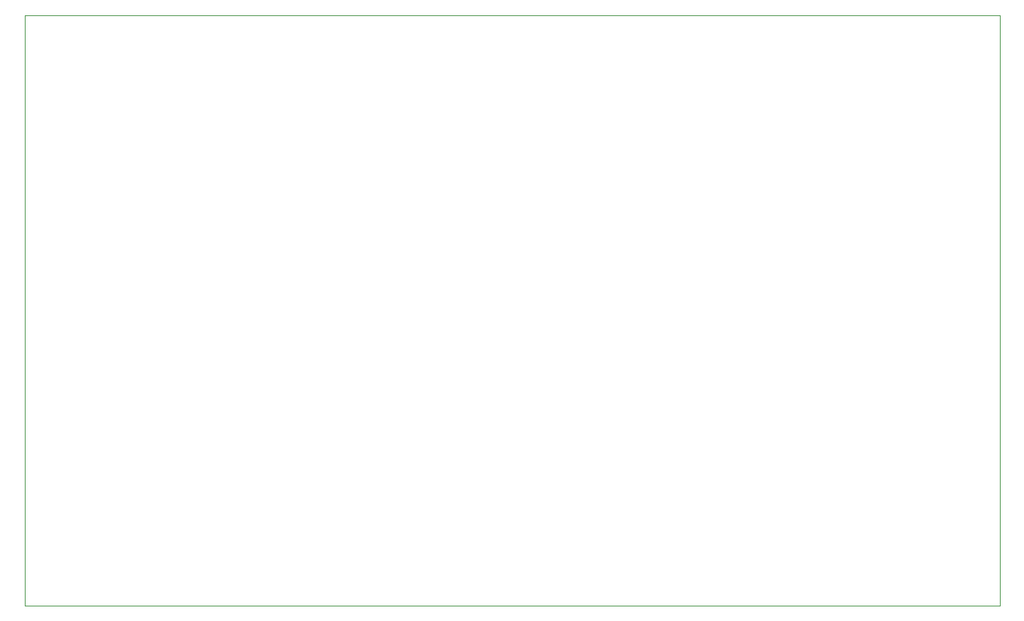
<source format=gm1>
G04 #@! TF.FileFunction,Profile,NP*
%FSLAX46Y46*%
G04 Gerber Fmt 4.6, Leading zero omitted, Abs format (unit mm)*
G04 Created by KiCad (PCBNEW (2016-04-11 BZR 6687, Git f239aee)-product) date Tue 12 Apr 2016 03:58:06 PM CEST*
%MOMM*%
G01*
G04 APERTURE LIST*
%ADD10C,0.150000*%
%ADD11C,0.100000*%
G04 APERTURE END LIST*
D10*
D11*
X25750000Y-29250000D02*
X82250000Y-29250000D01*
X25750000Y-97750000D02*
X25750000Y-29250000D01*
X138750000Y-97750000D02*
X25750000Y-97750000D01*
X138750000Y-29250000D02*
X138750000Y-97750000D01*
X82250000Y-29250000D02*
X138750000Y-29250000D01*
M02*

</source>
